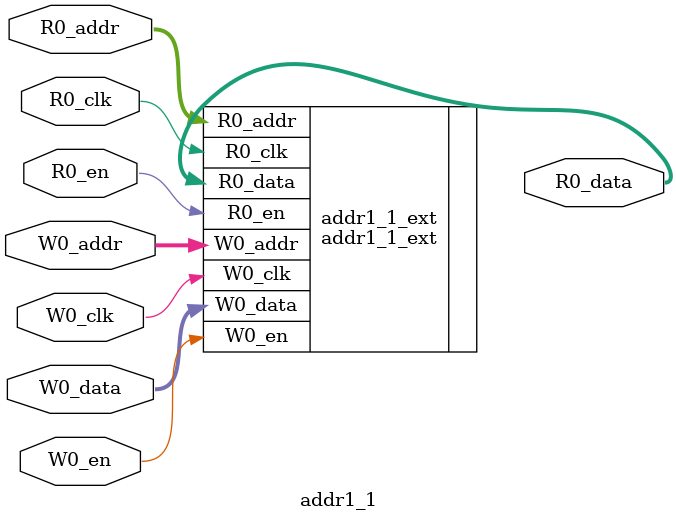
<source format=sv>
`ifndef RANDOMIZE
  `ifdef RANDOMIZE_MEM_INIT
    `define RANDOMIZE
  `endif // RANDOMIZE_MEM_INIT
`endif // not def RANDOMIZE
`ifndef RANDOMIZE
  `ifdef RANDOMIZE_REG_INIT
    `define RANDOMIZE
  `endif // RANDOMIZE_REG_INIT
`endif // not def RANDOMIZE

`ifndef RANDOM
  `define RANDOM $random
`endif // not def RANDOM

// Users can define INIT_RANDOM as general code that gets injected into the
// initializer block for modules with registers.
`ifndef INIT_RANDOM
  `define INIT_RANDOM
`endif // not def INIT_RANDOM

// If using random initialization, you can also define RANDOMIZE_DELAY to
// customize the delay used, otherwise 0.002 is used.
`ifndef RANDOMIZE_DELAY
  `define RANDOMIZE_DELAY 0.002
`endif // not def RANDOMIZE_DELAY

// Define INIT_RANDOM_PROLOG_ for use in our modules below.
`ifndef INIT_RANDOM_PROLOG_
  `ifdef RANDOMIZE
    `ifdef VERILATOR
      `define INIT_RANDOM_PROLOG_ `INIT_RANDOM
    `else  // VERILATOR
      `define INIT_RANDOM_PROLOG_ `INIT_RANDOM #`RANDOMIZE_DELAY begin end
    `endif // VERILATOR
  `else  // RANDOMIZE
    `define INIT_RANDOM_PROLOG_
  `endif // RANDOMIZE
`endif // not def INIT_RANDOM_PROLOG_

// Include register initializers in init blocks unless synthesis is set
`ifndef SYNTHESIS
  `ifndef ENABLE_INITIAL_REG_
    `define ENABLE_INITIAL_REG_
  `endif // not def ENABLE_INITIAL_REG_
`endif // not def SYNTHESIS

// Include rmemory initializers in init blocks unless synthesis is set
`ifndef SYNTHESIS
  `ifndef ENABLE_INITIAL_MEM_
    `define ENABLE_INITIAL_MEM_
  `endif // not def ENABLE_INITIAL_MEM_
`endif // not def SYNTHESIS

// Standard header to adapt well known macros for prints and assertions.

// Users can define 'PRINTF_COND' to add an extra gate to prints.
`ifndef PRINTF_COND_
  `ifdef PRINTF_COND
    `define PRINTF_COND_ (`PRINTF_COND)
  `else  // PRINTF_COND
    `define PRINTF_COND_ 1
  `endif // PRINTF_COND
`endif // not def PRINTF_COND_

// Users can define 'ASSERT_VERBOSE_COND' to add an extra gate to assert error printing.
`ifndef ASSERT_VERBOSE_COND_
  `ifdef ASSERT_VERBOSE_COND
    `define ASSERT_VERBOSE_COND_ (`ASSERT_VERBOSE_COND)
  `else  // ASSERT_VERBOSE_COND
    `define ASSERT_VERBOSE_COND_ 1
  `endif // ASSERT_VERBOSE_COND
`endif // not def ASSERT_VERBOSE_COND_

// Users can define 'STOP_COND' to add an extra gate to stop conditions.
`ifndef STOP_COND_
  `ifdef STOP_COND
    `define STOP_COND_ (`STOP_COND)
  `else  // STOP_COND
    `define STOP_COND_ 1
  `endif // STOP_COND
`endif // not def STOP_COND_

module addr1_1(	// ventus/src/cta/resource_table.scala:585:26
  input  [2:0] R0_addr,
  input        R0_en,
               R0_clk,
  output [9:0] R0_data,
  input  [2:0] W0_addr,
  input        W0_en,
               W0_clk,
  input  [9:0] W0_data
);

  addr1_1_ext addr1_1_ext (	// ventus/src/cta/resource_table.scala:585:26
    .R0_addr (R0_addr),
    .R0_en   (R0_en),
    .R0_clk  (R0_clk),
    .R0_data (R0_data),
    .W0_addr (W0_addr),
    .W0_en   (W0_en),
    .W0_clk  (W0_clk),
    .W0_data (W0_data)
  );
endmodule


</source>
